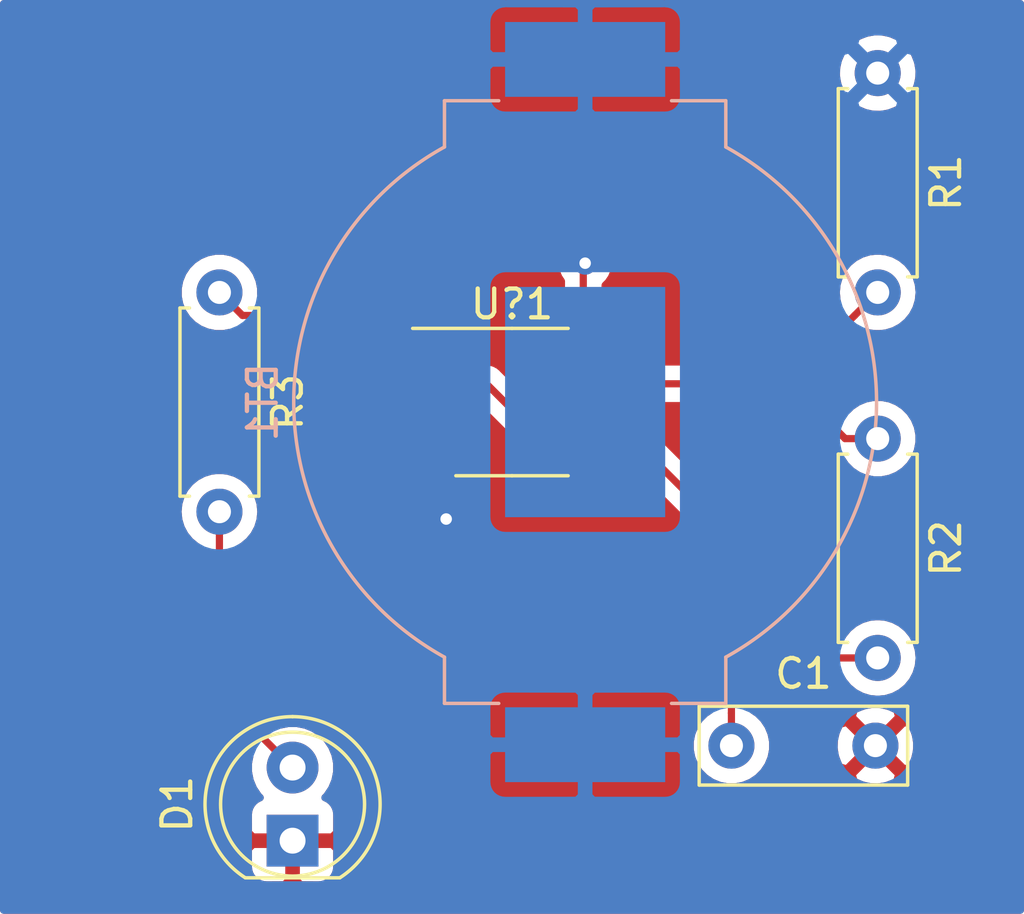
<source format=kicad_pcb>
(kicad_pcb (version 20171130) (host pcbnew "(5.1.2)-1")

  (general
    (thickness 1.6)
    (drawings 0)
    (tracks 30)
    (zones 0)
    (modules 7)
    (nets 7)
  )

  (page A4)
  (layers
    (0 F.Cu signal)
    (31 B.Cu signal)
    (32 B.Adhes user)
    (33 F.Adhes user)
    (34 B.Paste user)
    (35 F.Paste user)
    (36 B.SilkS user)
    (37 F.SilkS user)
    (38 B.Mask user)
    (39 F.Mask user)
    (40 Dwgs.User user)
    (41 Cmts.User user)
    (42 Eco1.User user)
    (43 Eco2.User user)
    (44 Edge.Cuts user)
    (45 Margin user)
    (46 B.CrtYd user)
    (47 F.CrtYd user)
    (48 B.Fab user)
    (49 F.Fab user)
  )

  (setup
    (last_trace_width 0.25)
    (trace_clearance 0.2)
    (zone_clearance 0.508)
    (zone_45_only no)
    (trace_min 0.2)
    (via_size 0.8)
    (via_drill 0.4)
    (via_min_size 0.4)
    (via_min_drill 0.3)
    (uvia_size 0.3)
    (uvia_drill 0.1)
    (uvias_allowed no)
    (uvia_min_size 0.2)
    (uvia_min_drill 0.1)
    (edge_width 0.05)
    (segment_width 0.2)
    (pcb_text_width 0.3)
    (pcb_text_size 1.5 1.5)
    (mod_edge_width 0.12)
    (mod_text_size 1 1)
    (mod_text_width 0.15)
    (pad_size 1.524 1.524)
    (pad_drill 0.762)
    (pad_to_mask_clearance 0.051)
    (solder_mask_min_width 0.25)
    (aux_axis_origin 0 0)
    (visible_elements FFFFFF7F)
    (pcbplotparams
      (layerselection 0x010fc_ffffffff)
      (usegerberextensions false)
      (usegerberattributes false)
      (usegerberadvancedattributes false)
      (creategerberjobfile false)
      (excludeedgelayer true)
      (linewidth 0.100000)
      (plotframeref false)
      (viasonmask false)
      (mode 1)
      (useauxorigin false)
      (hpglpennumber 1)
      (hpglpenspeed 20)
      (hpglpendiameter 15.000000)
      (psnegative false)
      (psa4output false)
      (plotreference true)
      (plotvalue true)
      (plotinvisibletext false)
      (padsonsilk false)
      (subtractmaskfromsilk false)
      (outputformat 1)
      (mirror false)
      (drillshape 1)
      (scaleselection 1)
      (outputdirectory ""))
  )

  (net 0 "")
  (net 1 GND)
  (net 2 "Net-(C1-Pad1)")
  (net 3 "Net-(D1-Pad2)")
  (net 4 "Net-(R1-Pad2)")
  (net 5 /VDD)
  (net 6 "Net-(R3-Pad1)")

  (net_class Default "This is the default net class."
    (clearance 0.2)
    (trace_width 0.25)
    (via_dia 0.8)
    (via_drill 0.4)
    (uvia_dia 0.3)
    (uvia_drill 0.1)
    (add_net /VDD)
    (add_net GND)
    (add_net "Net-(C1-Pad1)")
    (add_net "Net-(D1-Pad2)")
    (add_net "Net-(R1-Pad2)")
    (add_net "Net-(R3-Pad1)")
  )

  (module Package_SO:SOIC-8_3.9x4.9mm_P1.27mm (layer F.Cu) (tedit 5C97300E) (tstamp 5CCEC0DA)
    (at 71.12 90.17)
    (descr "SOIC, 8 Pin (JEDEC MS-012AA, https://www.analog.com/media/en/package-pcb-resources/package/pkg_pdf/soic_narrow-r/r_8.pdf), generated with kicad-footprint-generator ipc_gullwing_generator.py")
    (tags "SOIC SO")
    (path /5CCF4106)
    (attr smd)
    (fp_text reference U?1 (at 0 -3.4) (layer F.SilkS)
      (effects (font (size 1 1) (thickness 0.15)))
    )
    (fp_text value 7555 (at 0 3.4) (layer F.Fab)
      (effects (font (size 1 1) (thickness 0.15)))
    )
    (fp_text user %R (at 0 0) (layer F.Fab)
      (effects (font (size 0.98 0.98) (thickness 0.15)))
    )
    (fp_line (start 3.7 -2.7) (end -3.7 -2.7) (layer F.CrtYd) (width 0.05))
    (fp_line (start 3.7 2.7) (end 3.7 -2.7) (layer F.CrtYd) (width 0.05))
    (fp_line (start -3.7 2.7) (end 3.7 2.7) (layer F.CrtYd) (width 0.05))
    (fp_line (start -3.7 -2.7) (end -3.7 2.7) (layer F.CrtYd) (width 0.05))
    (fp_line (start -1.95 -1.475) (end -0.975 -2.45) (layer F.Fab) (width 0.1))
    (fp_line (start -1.95 2.45) (end -1.95 -1.475) (layer F.Fab) (width 0.1))
    (fp_line (start 1.95 2.45) (end -1.95 2.45) (layer F.Fab) (width 0.1))
    (fp_line (start 1.95 -2.45) (end 1.95 2.45) (layer F.Fab) (width 0.1))
    (fp_line (start -0.975 -2.45) (end 1.95 -2.45) (layer F.Fab) (width 0.1))
    (fp_line (start 0 -2.56) (end -3.45 -2.56) (layer F.SilkS) (width 0.12))
    (fp_line (start 0 -2.56) (end 1.95 -2.56) (layer F.SilkS) (width 0.12))
    (fp_line (start 0 2.56) (end -1.95 2.56) (layer F.SilkS) (width 0.12))
    (fp_line (start 0 2.56) (end 1.95 2.56) (layer F.SilkS) (width 0.12))
    (pad 8 smd roundrect (at 2.475 -1.905) (size 1.95 0.6) (layers F.Cu F.Paste F.Mask) (roundrect_rratio 0.25)
      (net 5 /VDD))
    (pad 7 smd roundrect (at 2.475 -0.635) (size 1.95 0.6) (layers F.Cu F.Paste F.Mask) (roundrect_rratio 0.25)
      (net 4 "Net-(R1-Pad2)"))
    (pad 6 smd roundrect (at 2.475 0.635) (size 1.95 0.6) (layers F.Cu F.Paste F.Mask) (roundrect_rratio 0.25)
      (net 2 "Net-(C1-Pad1)"))
    (pad 5 smd roundrect (at 2.475 1.905) (size 1.95 0.6) (layers F.Cu F.Paste F.Mask) (roundrect_rratio 0.25)
      (net 1 GND))
    (pad 4 smd roundrect (at -2.475 1.905) (size 1.95 0.6) (layers F.Cu F.Paste F.Mask) (roundrect_rratio 0.25)
      (net 5 /VDD))
    (pad 3 smd roundrect (at -2.475 0.635) (size 1.95 0.6) (layers F.Cu F.Paste F.Mask) (roundrect_rratio 0.25)
      (net 6 "Net-(R3-Pad1)"))
    (pad 2 smd roundrect (at -2.475 -0.635) (size 1.95 0.6) (layers F.Cu F.Paste F.Mask) (roundrect_rratio 0.25)
      (net 2 "Net-(C1-Pad1)"))
    (pad 1 smd roundrect (at -2.475 -1.905) (size 1.95 0.6) (layers F.Cu F.Paste F.Mask) (roundrect_rratio 0.25)
      (net 1 GND))
    (model ${KISYS3DMOD}/Package_SO.3dshapes/SOIC-8_3.9x4.9mm_P1.27mm.wrl
      (at (xyz 0 0 0))
      (scale (xyz 1 1 1))
      (rotate (xyz 0 0 0))
    )
  )

  (module Resistor_THT:R_Axial_DIN0207_L6.3mm_D2.5mm_P7.62mm_Horizontal (layer F.Cu) (tedit 5AE5139B) (tstamp 5CCF1BE9)
    (at 60.96 86.36 270)
    (descr "Resistor, Axial_DIN0207 series, Axial, Horizontal, pin pitch=7.62mm, 0.25W = 1/4W, length*diameter=6.3*2.5mm^2, http://cdn-reichelt.de/documents/datenblatt/B400/1_4W%23YAG.pdf")
    (tags "Resistor Axial_DIN0207 series Axial Horizontal pin pitch 7.62mm 0.25W = 1/4W length 6.3mm diameter 2.5mm")
    (path /5CCF6D0F)
    (fp_text reference R3 (at 3.81 -2.37 90) (layer F.SilkS)
      (effects (font (size 1 1) (thickness 0.15)))
    )
    (fp_text value 1K (at 3.81 2.37 90) (layer F.Fab)
      (effects (font (size 1 1) (thickness 0.15)))
    )
    (fp_text user %R (at 3.81 0 90) (layer F.Fab)
      (effects (font (size 1 1) (thickness 0.15)))
    )
    (fp_line (start 8.67 -1.5) (end -1.05 -1.5) (layer F.CrtYd) (width 0.05))
    (fp_line (start 8.67 1.5) (end 8.67 -1.5) (layer F.CrtYd) (width 0.05))
    (fp_line (start -1.05 1.5) (end 8.67 1.5) (layer F.CrtYd) (width 0.05))
    (fp_line (start -1.05 -1.5) (end -1.05 1.5) (layer F.CrtYd) (width 0.05))
    (fp_line (start 7.08 1.37) (end 7.08 1.04) (layer F.SilkS) (width 0.12))
    (fp_line (start 0.54 1.37) (end 7.08 1.37) (layer F.SilkS) (width 0.12))
    (fp_line (start 0.54 1.04) (end 0.54 1.37) (layer F.SilkS) (width 0.12))
    (fp_line (start 7.08 -1.37) (end 7.08 -1.04) (layer F.SilkS) (width 0.12))
    (fp_line (start 0.54 -1.37) (end 7.08 -1.37) (layer F.SilkS) (width 0.12))
    (fp_line (start 0.54 -1.04) (end 0.54 -1.37) (layer F.SilkS) (width 0.12))
    (fp_line (start 7.62 0) (end 6.96 0) (layer F.Fab) (width 0.1))
    (fp_line (start 0 0) (end 0.66 0) (layer F.Fab) (width 0.1))
    (fp_line (start 6.96 -1.25) (end 0.66 -1.25) (layer F.Fab) (width 0.1))
    (fp_line (start 6.96 1.25) (end 6.96 -1.25) (layer F.Fab) (width 0.1))
    (fp_line (start 0.66 1.25) (end 6.96 1.25) (layer F.Fab) (width 0.1))
    (fp_line (start 0.66 -1.25) (end 0.66 1.25) (layer F.Fab) (width 0.1))
    (pad 2 thru_hole oval (at 7.62 0 270) (size 1.6 1.6) (drill 0.8) (layers *.Cu *.Mask)
      (net 3 "Net-(D1-Pad2)"))
    (pad 1 thru_hole circle (at 0 0 270) (size 1.6 1.6) (drill 0.8) (layers *.Cu *.Mask)
      (net 6 "Net-(R3-Pad1)"))
    (model ${KISYS3DMOD}/Resistor_THT.3dshapes/R_Axial_DIN0207_L6.3mm_D2.5mm_P7.62mm_Horizontal.wrl
      (at (xyz 0 0 0))
      (scale (xyz 1 1 1))
      (rotate (xyz 0 0 0))
    )
  )

  (module Resistor_THT:R_Axial_DIN0207_L6.3mm_D2.5mm_P7.62mm_Horizontal (layer F.Cu) (tedit 5AE5139B) (tstamp 5CCEC0A9)
    (at 83.82 91.44 270)
    (descr "Resistor, Axial_DIN0207 series, Axial, Horizontal, pin pitch=7.62mm, 0.25W = 1/4W, length*diameter=6.3*2.5mm^2, http://cdn-reichelt.de/documents/datenblatt/B400/1_4W%23YAG.pdf")
    (tags "Resistor Axial_DIN0207 series Axial Horizontal pin pitch 7.62mm 0.25W = 1/4W length 6.3mm diameter 2.5mm")
    (path /5CCF593D)
    (fp_text reference R2 (at 3.81 -2.37 90) (layer F.SilkS)
      (effects (font (size 1 1) (thickness 0.15)))
    )
    (fp_text value 470K (at 3.81 2.37 90) (layer F.Fab)
      (effects (font (size 1 1) (thickness 0.15)))
    )
    (fp_text user %R (at 4.325 -0.305 90) (layer F.Fab)
      (effects (font (size 1 1) (thickness 0.15)))
    )
    (fp_line (start 8.67 -1.5) (end -1.05 -1.5) (layer F.CrtYd) (width 0.05))
    (fp_line (start 8.67 1.5) (end 8.67 -1.5) (layer F.CrtYd) (width 0.05))
    (fp_line (start -1.05 1.5) (end 8.67 1.5) (layer F.CrtYd) (width 0.05))
    (fp_line (start -1.05 -1.5) (end -1.05 1.5) (layer F.CrtYd) (width 0.05))
    (fp_line (start 7.08 1.37) (end 7.08 1.04) (layer F.SilkS) (width 0.12))
    (fp_line (start 0.54 1.37) (end 7.08 1.37) (layer F.SilkS) (width 0.12))
    (fp_line (start 0.54 1.04) (end 0.54 1.37) (layer F.SilkS) (width 0.12))
    (fp_line (start 7.08 -1.37) (end 7.08 -1.04) (layer F.SilkS) (width 0.12))
    (fp_line (start 0.54 -1.37) (end 7.08 -1.37) (layer F.SilkS) (width 0.12))
    (fp_line (start 0.54 -1.04) (end 0.54 -1.37) (layer F.SilkS) (width 0.12))
    (fp_line (start 7.62 0) (end 6.96 0) (layer F.Fab) (width 0.1))
    (fp_line (start 0 0) (end 0.66 0) (layer F.Fab) (width 0.1))
    (fp_line (start 6.96 -1.25) (end 0.66 -1.25) (layer F.Fab) (width 0.1))
    (fp_line (start 6.96 1.25) (end 6.96 -1.25) (layer F.Fab) (width 0.1))
    (fp_line (start 0.66 1.25) (end 6.96 1.25) (layer F.Fab) (width 0.1))
    (fp_line (start 0.66 -1.25) (end 0.66 1.25) (layer F.Fab) (width 0.1))
    (pad 2 thru_hole oval (at 7.62 0 270) (size 1.6 1.6) (drill 0.8) (layers *.Cu *.Mask)
      (net 2 "Net-(C1-Pad1)"))
    (pad 1 thru_hole circle (at 0 0 270) (size 1.6 1.6) (drill 0.8) (layers *.Cu *.Mask)
      (net 4 "Net-(R1-Pad2)"))
    (model ${KISYS3DMOD}/Resistor_THT.3dshapes/R_Axial_DIN0207_L6.3mm_D2.5mm_P7.62mm_Horizontal.wrl
      (at (xyz 0 0 0))
      (scale (xyz 1 1 1))
      (rotate (xyz 0 0 0))
    )
  )

  (module Resistor_THT:R_Axial_DIN0207_L6.3mm_D2.5mm_P7.62mm_Horizontal (layer F.Cu) (tedit 5AE5139B) (tstamp 5CCEC092)
    (at 83.82 78.74 270)
    (descr "Resistor, Axial_DIN0207 series, Axial, Horizontal, pin pitch=7.62mm, 0.25W = 1/4W, length*diameter=6.3*2.5mm^2, http://cdn-reichelt.de/documents/datenblatt/B400/1_4W%23YAG.pdf")
    (tags "Resistor Axial_DIN0207 series Axial Horizontal pin pitch 7.62mm 0.25W = 1/4W length 6.3mm diameter 2.5mm")
    (path /5CCF4EBE)
    (fp_text reference R1 (at 3.81 -2.37 90) (layer F.SilkS)
      (effects (font (size 1 1) (thickness 0.15)))
    )
    (fp_text value 1K (at 3.81 2.37 90) (layer F.Fab)
      (effects (font (size 1 1) (thickness 0.15)))
    )
    (fp_text user %R (at 3.955 0.065 90) (layer F.Fab)
      (effects (font (size 1 1) (thickness 0.15)))
    )
    (fp_line (start 8.67 -1.5) (end -1.05 -1.5) (layer F.CrtYd) (width 0.05))
    (fp_line (start 8.67 1.5) (end 8.67 -1.5) (layer F.CrtYd) (width 0.05))
    (fp_line (start -1.05 1.5) (end 8.67 1.5) (layer F.CrtYd) (width 0.05))
    (fp_line (start -1.05 -1.5) (end -1.05 1.5) (layer F.CrtYd) (width 0.05))
    (fp_line (start 7.08 1.37) (end 7.08 1.04) (layer F.SilkS) (width 0.12))
    (fp_line (start 0.54 1.37) (end 7.08 1.37) (layer F.SilkS) (width 0.12))
    (fp_line (start 0.54 1.04) (end 0.54 1.37) (layer F.SilkS) (width 0.12))
    (fp_line (start 7.08 -1.37) (end 7.08 -1.04) (layer F.SilkS) (width 0.12))
    (fp_line (start 0.54 -1.37) (end 7.08 -1.37) (layer F.SilkS) (width 0.12))
    (fp_line (start 0.54 -1.04) (end 0.54 -1.37) (layer F.SilkS) (width 0.12))
    (fp_line (start 7.62 0) (end 6.96 0) (layer F.Fab) (width 0.1))
    (fp_line (start 0 0) (end 0.66 0) (layer F.Fab) (width 0.1))
    (fp_line (start 6.96 -1.25) (end 0.66 -1.25) (layer F.Fab) (width 0.1))
    (fp_line (start 6.96 1.25) (end 6.96 -1.25) (layer F.Fab) (width 0.1))
    (fp_line (start 0.66 1.25) (end 6.96 1.25) (layer F.Fab) (width 0.1))
    (fp_line (start 0.66 -1.25) (end 0.66 1.25) (layer F.Fab) (width 0.1))
    (pad 2 thru_hole oval (at 7.62 0 270) (size 1.6 1.6) (drill 0.8) (layers *.Cu *.Mask)
      (net 4 "Net-(R1-Pad2)"))
    (pad 1 thru_hole circle (at 0 0 270) (size 1.6 1.6) (drill 0.8) (layers *.Cu *.Mask)
      (net 5 /VDD))
    (model ${KISYS3DMOD}/Resistor_THT.3dshapes/R_Axial_DIN0207_L6.3mm_D2.5mm_P7.62mm_Horizontal.wrl
      (at (xyz 0 0 0))
      (scale (xyz 1 1 1))
      (rotate (xyz 0 0 0))
    )
  )

  (module LED_THT:LED_D5.0mm_FlatTop (layer F.Cu) (tedit 5880A862) (tstamp 5CCEC07B)
    (at 63.5 105.41 90)
    (descr "LED, Round, FlatTop, diameter 5.0mm, 2 pins, http://www.kingbright.com/attachments/file/psearch/000/00/00/L-483GDT(Ver.15B).pdf")
    (tags "LED Round FlatTop diameter 5.0mm 2 pins")
    (path /5CCF7BC2)
    (fp_text reference D1 (at 1.27 -4.01 90) (layer F.SilkS)
      (effects (font (size 1 1) (thickness 0.15)))
    )
    (fp_text value LED (at 1.27 4.01 90) (layer F.Fab)
      (effects (font (size 1 1) (thickness 0.15)))
    )
    (fp_line (start 4.55 -3.3) (end -2 -3.3) (layer F.CrtYd) (width 0.05))
    (fp_line (start 4.55 3.3) (end 4.55 -3.3) (layer F.CrtYd) (width 0.05))
    (fp_line (start -2 3.3) (end 4.55 3.3) (layer F.CrtYd) (width 0.05))
    (fp_line (start -2 -3.3) (end -2 3.3) (layer F.CrtYd) (width 0.05))
    (fp_line (start -1.29 -1.64) (end -1.29 1.64) (layer F.SilkS) (width 0.12))
    (fp_line (start -1.23 -1.566046) (end -1.23 1.566046) (layer F.Fab) (width 0.1))
    (fp_circle (center 1.27 0) (end 3.77 0) (layer F.SilkS) (width 0.12))
    (fp_circle (center 1.27 0) (end 3.77 0) (layer F.Fab) (width 0.1))
    (fp_arc (start 1.27 0) (end -1.29 1.639512) (angle -147.4) (layer F.SilkS) (width 0.12))
    (fp_arc (start 1.27 0) (end -1.29 -1.639512) (angle 147.4) (layer F.SilkS) (width 0.12))
    (fp_arc (start 1.27 0) (end -1.23 -1.566046) (angle 295.9) (layer F.Fab) (width 0.1))
    (pad 2 thru_hole circle (at 2.54 0 90) (size 1.8 1.8) (drill 0.9) (layers *.Cu *.Mask)
      (net 3 "Net-(D1-Pad2)"))
    (pad 1 thru_hole rect (at 0 0 90) (size 1.8 1.8) (drill 0.9) (layers *.Cu *.Mask)
      (net 1 GND))
    (model ${KISYS3DMOD}/LED_THT.3dshapes/LED_D5.0mm_FlatTop.wrl
      (at (xyz 0 0 0))
      (scale (xyz 1 1 1))
      (rotate (xyz 0 0 0))
    )
  )

  (module Capacitor_THT:C_Disc_D7.0mm_W2.5mm_P5.00mm (layer F.Cu) (tedit 5AE50EF0) (tstamp 5CCEC06A)
    (at 78.74 102.108)
    (descr "C, Disc series, Radial, pin pitch=5.00mm, , diameter*width=7*2.5mm^2, Capacitor, http://cdn-reichelt.de/documents/datenblatt/B300/DS_KERKO_TC.pdf")
    (tags "C Disc series Radial pin pitch 5.00mm  diameter 7mm width 2.5mm Capacitor")
    (path /5CCF5E7B)
    (fp_text reference C1 (at 2.5 -2.5) (layer F.SilkS)
      (effects (font (size 1 1) (thickness 0.15)))
    )
    (fp_text value 1uF (at 2.5 2.5) (layer F.Fab)
      (effects (font (size 1 1) (thickness 0.15)))
    )
    (fp_text user %R (at 2.54 0) (layer F.Fab)
      (effects (font (size 1 1) (thickness 0.15)))
    )
    (fp_line (start 6.25 -1.5) (end -1.25 -1.5) (layer F.CrtYd) (width 0.05))
    (fp_line (start 6.25 1.5) (end 6.25 -1.5) (layer F.CrtYd) (width 0.05))
    (fp_line (start -1.25 1.5) (end 6.25 1.5) (layer F.CrtYd) (width 0.05))
    (fp_line (start -1.25 -1.5) (end -1.25 1.5) (layer F.CrtYd) (width 0.05))
    (fp_line (start 6.12 -1.37) (end 6.12 1.37) (layer F.SilkS) (width 0.12))
    (fp_line (start -1.12 -1.37) (end -1.12 1.37) (layer F.SilkS) (width 0.12))
    (fp_line (start -1.12 1.37) (end 6.12 1.37) (layer F.SilkS) (width 0.12))
    (fp_line (start -1.12 -1.37) (end 6.12 -1.37) (layer F.SilkS) (width 0.12))
    (fp_line (start 6 -1.25) (end -1 -1.25) (layer F.Fab) (width 0.1))
    (fp_line (start 6 1.25) (end 6 -1.25) (layer F.Fab) (width 0.1))
    (fp_line (start -1 1.25) (end 6 1.25) (layer F.Fab) (width 0.1))
    (fp_line (start -1 -1.25) (end -1 1.25) (layer F.Fab) (width 0.1))
    (pad 2 thru_hole circle (at 5 0) (size 1.6 1.6) (drill 0.8) (layers *.Cu *.Mask)
      (net 1 GND))
    (pad 1 thru_hole circle (at 0 0) (size 1.6 1.6) (drill 0.8) (layers *.Cu *.Mask)
      (net 2 "Net-(C1-Pad1)"))
    (model ${KISYS3DMOD}/Capacitor_THT.3dshapes/C_Disc_D7.0mm_W2.5mm_P5.00mm.wrl
      (at (xyz 0 0 0))
      (scale (xyz 1 1 1))
      (rotate (xyz 0 0 0))
    )
  )

  (module Battery:BatteryHolder_MPD_BC2003_1x2032 (layer B.Cu) (tedit 5AED2918) (tstamp 5CCF1A6A)
    (at 73.66 90.17 270)
    (descr http://www.memoryprotectiondevices.com/datasheets/BC-2003-datasheet.pdf)
    (tags "BC2003 CR2032 2032 Battery Holder")
    (path /5CCFD064)
    (attr smd)
    (fp_text reference BT1 (at 0 11.2 270) (layer B.SilkS)
      (effects (font (size 1 1) (thickness 0.15)) (justify mirror))
    )
    (fp_text value Battery_Cell (at 0 -11.2 270) (layer B.Fab)
      (effects (font (size 1 1) (thickness 0.15)) (justify mirror))
    )
    (fp_line (start -10.35 -4.765) (end 10.35 -4.765) (layer B.Fab) (width 0.1))
    (fp_line (start -10.35 4.765) (end 10.35 4.765) (layer B.Fab) (width 0.1))
    (fp_line (start -10.35 -4.765) (end -10.35 4.765) (layer B.Fab) (width 0.1))
    (fp_line (start 10.35 -4.765) (end 10.35 4.765) (layer B.Fab) (width 0.1))
    (fp_line (start 10.35 -2.525) (end 12 -2.525) (layer B.Fab) (width 0.1))
    (fp_line (start 10.35 2.525) (end 12 2.525) (layer B.Fab) (width 0.1))
    (fp_line (start 12.7 1.825) (end 12 2.525) (layer B.Fab) (width 0.1))
    (fp_line (start 12.7 -1.825) (end 12 -2.525) (layer B.Fab) (width 0.1))
    (fp_line (start 12.7 1.825) (end 12.7 -1.825) (layer B.Fab) (width 0.1))
    (fp_line (start -10.35 2.525) (end -12 2.525) (layer B.Fab) (width 0.1))
    (fp_line (start -10.35 -2.525) (end -12 -2.525) (layer B.Fab) (width 0.1))
    (fp_line (start -12.7 1.825) (end -12 2.525) (layer B.Fab) (width 0.1))
    (fp_line (start -12.7 -1.825) (end -12 -2.525) (layer B.Fab) (width 0.1))
    (fp_line (start -12.7 1.825) (end -12.7 -1.825) (layer B.Fab) (width 0.1))
    (fp_text user %R (at 0 0 270) (layer B.Fab)
      (effects (font (size 1 1) (thickness 0.15)) (justify mirror))
    )
    (fp_line (start -10.47 4.885) (end -8.86291 4.885) (layer B.SilkS) (width 0.12))
    (fp_line (start -10.47 3) (end -10.47 4.885) (layer B.SilkS) (width 0.12))
    (fp_line (start 10.47 3) (end 10.47 4.885) (layer B.SilkS) (width 0.12))
    (fp_line (start -10.47 -3) (end -10.47 -4.885) (layer B.SilkS) (width 0.12))
    (fp_line (start 10.47 -3) (end 10.47 -4.885) (layer B.SilkS) (width 0.12))
    (fp_line (start 10.47 4.885) (end 8.86291 4.885) (layer B.SilkS) (width 0.12))
    (fp_line (start -10.47 -4.885) (end -8.86291 -4.885) (layer B.SilkS) (width 0.12))
    (fp_line (start 10.47 -4.885) (end 8.86291 -4.885) (layer B.SilkS) (width 0.12))
    (fp_line (start 8.94 5.01) (end 10.6 5.01) (layer B.CrtYd) (width 0.05))
    (fp_line (start 10.6 5.01) (end 10.6 3.03) (layer B.CrtYd) (width 0.05))
    (fp_line (start 10.6 3.03) (end 13.45 3.03) (layer B.CrtYd) (width 0.05))
    (fp_line (start 13.45 3.03) (end 13.45 -3.03) (layer B.CrtYd) (width 0.05))
    (fp_line (start 10.6 -3.03) (end 13.45 -3.03) (layer B.CrtYd) (width 0.05))
    (fp_line (start 10.6 -5.01) (end 10.6 -3.03) (layer B.CrtYd) (width 0.05))
    (fp_arc (start 0 0) (end 8.94 5.01) (angle 121.4) (layer B.CrtYd) (width 0.05))
    (fp_line (start 8.94 -5.01) (end 10.6 -5.01) (layer B.CrtYd) (width 0.05))
    (fp_line (start -8.94 5.01) (end -10.6 5.01) (layer B.CrtYd) (width 0.05))
    (fp_line (start -10.6 5.01) (end -10.6 3.03) (layer B.CrtYd) (width 0.05))
    (fp_line (start -10.6 3.03) (end -13.45 3.03) (layer B.CrtYd) (width 0.05))
    (fp_line (start -13.45 3.03) (end -13.45 -3.03) (layer B.CrtYd) (width 0.05))
    (fp_line (start -13.45 -3.03) (end -10.6 -3.03) (layer B.CrtYd) (width 0.05))
    (fp_line (start -10.6 -5.01) (end -10.6 -3.03) (layer B.CrtYd) (width 0.05))
    (fp_line (start -10.6 -5.01) (end -8.94 -5.01) (layer B.CrtYd) (width 0.05))
    (fp_arc (start 0 0) (end -8.94 -5.01) (angle 121.3) (layer B.CrtYd) (width 0.05))
    (fp_arc (start 0 0) (end 8.86291 4.885) (angle 122.2752329) (layer B.SilkS) (width 0.12))
    (fp_arc (start 0 0) (end -8.86291 -4.885) (angle 122.3) (layer B.SilkS) (width 0.12))
    (pad 2 smd rect (at 0 0 270) (size 8 5.56) (layers B.Cu B.Paste B.Mask)
      (net 1 GND))
    (pad 1 smd rect (at 11.905 0 270) (size 2.6 5.56) (layers B.Cu B.Paste B.Mask)
      (net 5 /VDD))
    (pad 1 smd rect (at -11.905 0 270) (size 2.6 5.56) (layers B.Cu B.Paste B.Mask)
      (net 5 /VDD))
    (model ${KISYS3DMOD}/Battery.3dshapes/BatteryHolder_MPD_BC2003_1x2032.wrl
      (at (xyz 0 0 0))
      (scale (xyz 1 1 1))
      (rotate (xyz 0 0 0))
    )
  )

  (segment (start 68.645 89.535) (end 70.231 89.535) (width 0.25) (layer F.Cu) (net 2))
  (segment (start 71.501 90.805) (end 73.595 90.805) (width 0.25) (layer F.Cu) (net 2))
  (segment (start 70.231 89.535) (end 71.501 90.805) (width 0.25) (layer F.Cu) (net 2))
  (segment (start 78.74 94.875) (end 78.74 97.92863) (width 0.25) (layer F.Cu) (net 2))
  (segment (start 74.67 90.805) (end 78.74 94.875) (width 0.25) (layer F.Cu) (net 2))
  (segment (start 73.595 90.805) (end 74.67 90.805) (width 0.25) (layer F.Cu) (net 2))
  (segment (start 78.74 100.97663) (end 78.74 98.806) (width 0.25) (layer F.Cu) (net 2))
  (segment (start 78.74 102.108) (end 78.74 100.97663) (width 0.25) (layer F.Cu) (net 2))
  (segment (start 78.74 97.92863) (end 78.74 98.806) (width 0.25) (layer F.Cu) (net 2))
  (segment (start 78.74 98.806) (end 78.74 99.06) (width 0.25) (layer F.Cu) (net 2))
  (segment (start 83.82 99.06) (end 78.74 99.06) (width 0.25) (layer F.Cu) (net 2))
  (segment (start 60.96 100.33) (end 63.5 102.87) (width 0.25) (layer F.Cu) (net 3))
  (segment (start 60.96 93.98) (end 60.96 100.33) (width 0.25) (layer F.Cu) (net 3))
  (segment (start 74.67 89.535) (end 73.595 89.535) (width 0.25) (layer F.Cu) (net 4))
  (segment (start 82.68863 91.44) (end 80.78363 89.535) (width 0.25) (layer F.Cu) (net 4))
  (segment (start 83.82 91.44) (end 82.68863 91.44) (width 0.25) (layer F.Cu) (net 4))
  (segment (start 83.020001 87.159999) (end 80.645 89.535) (width 0.25) (layer F.Cu) (net 4))
  (segment (start 83.82 86.36) (end 83.020001 87.159999) (width 0.25) (layer F.Cu) (net 4))
  (segment (start 80.78363 89.535) (end 80.645 89.535) (width 0.25) (layer F.Cu) (net 4))
  (segment (start 80.645 89.535) (end 74.67 89.535) (width 0.25) (layer F.Cu) (net 4))
  (via (at 73.66 85.344) (size 0.8) (drill 0.4) (layers F.Cu B.Cu) (net 5))
  (segment (start 73.595 88.265) (end 73.595 85.409) (width 0.25) (layer F.Cu) (net 5))
  (segment (start 73.595 85.409) (end 73.66 85.344) (width 0.25) (layer F.Cu) (net 5))
  (via (at 68.834 94.234) (size 0.8) (drill 0.4) (layers F.Cu B.Cu) (net 5))
  (segment (start 68.645 92.075) (end 68.645 94.045) (width 0.25) (layer F.Cu) (net 5))
  (segment (start 68.645 94.045) (end 68.834 94.234) (width 0.25) (layer F.Cu) (net 5))
  (segment (start 61.759999 87.159999) (end 62.521999 87.159999) (width 0.25) (layer F.Cu) (net 6))
  (segment (start 60.96 86.36) (end 61.759999 87.159999) (width 0.25) (layer F.Cu) (net 6))
  (segment (start 66.167 90.805) (end 68.645 90.805) (width 0.25) (layer F.Cu) (net 6))
  (segment (start 62.521999 87.159999) (end 66.167 90.805) (width 0.25) (layer F.Cu) (net 6))

  (zone (net 1) (net_name GND) (layer F.Cu) (tstamp 0) (hatch edge 0.508)
    (connect_pads (clearance 0.508))
    (min_thickness 0.254)
    (fill yes (arc_segments 32) (thermal_gap 0.508) (thermal_bridge_width 0.508))
    (polygon
      (pts
        (xy 53.34 107.95) (xy 53.34 76.2) (xy 88.9 76.2) (xy 88.9 107.95)
      )
    )
    (filled_polygon
      (pts
        (xy 88.773 107.823) (xy 53.467 107.823) (xy 53.467 106.31) (xy 61.961928 106.31) (xy 61.974188 106.434482)
        (xy 62.010498 106.55418) (xy 62.069463 106.664494) (xy 62.148815 106.761185) (xy 62.245506 106.840537) (xy 62.35582 106.899502)
        (xy 62.475518 106.935812) (xy 62.6 106.948072) (xy 63.21425 106.945) (xy 63.373 106.78625) (xy 63.373 105.537)
        (xy 63.627 105.537) (xy 63.627 106.78625) (xy 63.78575 106.945) (xy 64.4 106.948072) (xy 64.524482 106.935812)
        (xy 64.64418 106.899502) (xy 64.754494 106.840537) (xy 64.851185 106.761185) (xy 64.930537 106.664494) (xy 64.989502 106.55418)
        (xy 65.025812 106.434482) (xy 65.038072 106.31) (xy 65.035 105.69575) (xy 64.87625 105.537) (xy 63.627 105.537)
        (xy 63.373 105.537) (xy 62.12375 105.537) (xy 61.965 105.69575) (xy 61.961928 106.31) (xy 53.467 106.31)
        (xy 53.467 93.98) (xy 59.518057 93.98) (xy 59.545764 94.261309) (xy 59.627818 94.531808) (xy 59.761068 94.781101)
        (xy 59.940392 94.999608) (xy 60.158899 95.178932) (xy 60.2 95.200901) (xy 60.200001 100.292668) (xy 60.196324 100.33)
        (xy 60.200001 100.367333) (xy 60.202449 100.392182) (xy 60.210998 100.478985) (xy 60.254454 100.622246) (xy 60.325026 100.754276)
        (xy 60.392359 100.83632) (xy 60.42 100.870001) (xy 60.448998 100.893799) (xy 62.016268 102.461071) (xy 61.965 102.718816)
        (xy 61.965 103.021184) (xy 62.023989 103.317743) (xy 62.139701 103.597095) (xy 62.307688 103.848505) (xy 62.374127 103.914944)
        (xy 62.35582 103.920498) (xy 62.245506 103.979463) (xy 62.148815 104.058815) (xy 62.069463 104.155506) (xy 62.010498 104.26582)
        (xy 61.974188 104.385518) (xy 61.961928 104.51) (xy 61.965 105.12425) (xy 62.12375 105.283) (xy 63.373 105.283)
        (xy 63.373 105.263) (xy 63.627 105.263) (xy 63.627 105.283) (xy 64.87625 105.283) (xy 65.035 105.12425)
        (xy 65.038072 104.51) (xy 65.025812 104.385518) (xy 64.989502 104.26582) (xy 64.930537 104.155506) (xy 64.851185 104.058815)
        (xy 64.754494 103.979463) (xy 64.64418 103.920498) (xy 64.625873 103.914944) (xy 64.692312 103.848505) (xy 64.860299 103.597095)
        (xy 64.976011 103.317743) (xy 65.035 103.021184) (xy 65.035 102.718816) (xy 64.976011 102.422257) (xy 64.860299 102.142905)
        (xy 64.692312 101.891495) (xy 64.478505 101.677688) (xy 64.227095 101.509701) (xy 63.947743 101.393989) (xy 63.651184 101.335)
        (xy 63.348816 101.335) (xy 63.091071 101.386268) (xy 61.72 100.015199) (xy 61.72 95.200901) (xy 61.761101 95.178932)
        (xy 61.979608 94.999608) (xy 62.158932 94.781101) (xy 62.292182 94.531808) (xy 62.374236 94.261309) (xy 62.401943 93.98)
        (xy 62.374236 93.698691) (xy 62.292182 93.428192) (xy 62.158932 93.178899) (xy 61.979608 92.960392) (xy 61.761101 92.781068)
        (xy 61.511808 92.647818) (xy 61.241309 92.565764) (xy 61.030492 92.545) (xy 60.889508 92.545) (xy 60.678691 92.565764)
        (xy 60.408192 92.647818) (xy 60.158899 92.781068) (xy 59.940392 92.960392) (xy 59.761068 93.178899) (xy 59.627818 93.428192)
        (xy 59.545764 93.698691) (xy 59.518057 93.98) (xy 53.467 93.98) (xy 53.467 86.218665) (xy 59.525 86.218665)
        (xy 59.525 86.501335) (xy 59.580147 86.778574) (xy 59.68832 87.039727) (xy 59.845363 87.274759) (xy 60.045241 87.474637)
        (xy 60.280273 87.63168) (xy 60.541426 87.739853) (xy 60.818665 87.795) (xy 61.101335 87.795) (xy 61.290022 87.757467)
        (xy 61.310455 87.774236) (xy 61.335723 87.794973) (xy 61.467752 87.865545) (xy 61.611013 87.909002) (xy 61.722666 87.919999)
        (xy 61.722675 87.919999) (xy 61.759998 87.923675) (xy 61.797321 87.919999) (xy 62.207198 87.919999) (xy 65.6032 91.316002)
        (xy 65.626999 91.345001) (xy 65.742724 91.439974) (xy 65.874753 91.510546) (xy 66.018014 91.554003) (xy 66.129667 91.565)
        (xy 66.129677 91.565) (xy 66.167 91.568676) (xy 66.204323 91.565) (xy 67.123141 91.565) (xy 67.091916 91.623418)
        (xy 67.047071 91.771255) (xy 67.031928 91.925) (xy 67.031928 92.225) (xy 67.047071 92.378745) (xy 67.091916 92.526582)
        (xy 67.164742 92.662829) (xy 67.262749 92.782251) (xy 67.382171 92.880258) (xy 67.518418 92.953084) (xy 67.666255 92.997929)
        (xy 67.82 93.013072) (xy 67.885 93.013072) (xy 67.885001 93.820501) (xy 67.838774 93.932102) (xy 67.799 94.132061)
        (xy 67.799 94.335939) (xy 67.838774 94.535898) (xy 67.916795 94.724256) (xy 68.030063 94.893774) (xy 68.174226 95.037937)
        (xy 68.343744 95.151205) (xy 68.532102 95.229226) (xy 68.732061 95.269) (xy 68.935939 95.269) (xy 69.135898 95.229226)
        (xy 69.324256 95.151205) (xy 69.493774 95.037937) (xy 69.637937 94.893774) (xy 69.751205 94.724256) (xy 69.829226 94.535898)
        (xy 69.869 94.335939) (xy 69.869 94.132061) (xy 69.829226 93.932102) (xy 69.751205 93.743744) (xy 69.637937 93.574226)
        (xy 69.493774 93.430063) (xy 69.405 93.370746) (xy 69.405 93.013072) (xy 69.47 93.013072) (xy 69.623745 92.997929)
        (xy 69.771582 92.953084) (xy 69.907829 92.880258) (xy 70.027251 92.782251) (xy 70.125258 92.662829) (xy 70.198084 92.526582)
        (xy 70.242929 92.378745) (xy 70.243297 92.375) (xy 71.981928 92.375) (xy 71.994188 92.499482) (xy 72.030498 92.61918)
        (xy 72.089463 92.729494) (xy 72.168815 92.826185) (xy 72.265506 92.905537) (xy 72.37582 92.964502) (xy 72.495518 93.000812)
        (xy 72.62 93.013072) (xy 73.30925 93.01) (xy 73.468 92.85125) (xy 73.468 92.202) (xy 72.14375 92.202)
        (xy 71.985 92.36075) (xy 71.981928 92.375) (xy 70.243297 92.375) (xy 70.258072 92.225) (xy 70.258072 91.925)
        (xy 70.242929 91.771255) (xy 70.198084 91.623418) (xy 70.125258 91.487171) (xy 70.086546 91.44) (xy 70.125258 91.392829)
        (xy 70.198084 91.256582) (xy 70.242929 91.108745) (xy 70.258072 90.955) (xy 70.258072 90.655) (xy 70.256092 90.634893)
        (xy 70.9372 91.316002) (xy 70.960999 91.345001) (xy 71.076724 91.439974) (xy 71.208753 91.510546) (xy 71.352014 91.554003)
        (xy 71.463667 91.565) (xy 71.463676 91.565) (xy 71.500999 91.568676) (xy 71.538322 91.565) (xy 72.02013 91.565)
        (xy 71.994188 91.650518) (xy 71.981928 91.775) (xy 71.985 91.78925) (xy 72.14375 91.948) (xy 73.468 91.948)
        (xy 73.468 91.928) (xy 73.722 91.928) (xy 73.722 91.948) (xy 73.742 91.948) (xy 73.742 92.202)
        (xy 73.722 92.202) (xy 73.722 92.85125) (xy 73.88075 93.01) (xy 74.57 93.013072) (xy 74.694482 93.000812)
        (xy 74.81418 92.964502) (xy 74.924494 92.905537) (xy 75.021185 92.826185) (xy 75.100537 92.729494) (xy 75.159502 92.61918)
        (xy 75.195812 92.499482) (xy 75.204228 92.414029) (xy 77.98 95.189802) (xy 77.980001 97.891288) (xy 77.98 97.891298)
        (xy 77.98 99.022667) (xy 77.976323 99.06) (xy 77.980001 99.097341) (xy 77.98 100.889957) (xy 77.825241 100.993363)
        (xy 77.625363 101.193241) (xy 77.46832 101.428273) (xy 77.360147 101.689426) (xy 77.305 101.966665) (xy 77.305 102.249335)
        (xy 77.360147 102.526574) (xy 77.46832 102.787727) (xy 77.625363 103.022759) (xy 77.825241 103.222637) (xy 78.060273 103.37968)
        (xy 78.321426 103.487853) (xy 78.598665 103.543) (xy 78.881335 103.543) (xy 79.158574 103.487853) (xy 79.419727 103.37968)
        (xy 79.654759 103.222637) (xy 79.776694 103.100702) (xy 82.926903 103.100702) (xy 82.998486 103.344671) (xy 83.253996 103.465571)
        (xy 83.528184 103.5343) (xy 83.810512 103.548217) (xy 84.09013 103.506787) (xy 84.356292 103.411603) (xy 84.481514 103.344671)
        (xy 84.553097 103.100702) (xy 83.74 102.287605) (xy 82.926903 103.100702) (xy 79.776694 103.100702) (xy 79.854637 103.022759)
        (xy 80.01168 102.787727) (xy 80.119853 102.526574) (xy 80.175 102.249335) (xy 80.175 102.178512) (xy 82.299783 102.178512)
        (xy 82.341213 102.45813) (xy 82.436397 102.724292) (xy 82.503329 102.849514) (xy 82.747298 102.921097) (xy 83.560395 102.108)
        (xy 83.919605 102.108) (xy 84.732702 102.921097) (xy 84.976671 102.849514) (xy 85.097571 102.594004) (xy 85.1663 102.319816)
        (xy 85.180217 102.037488) (xy 85.138787 101.75787) (xy 85.043603 101.491708) (xy 84.976671 101.366486) (xy 84.732702 101.294903)
        (xy 83.919605 102.108) (xy 83.560395 102.108) (xy 82.747298 101.294903) (xy 82.503329 101.366486) (xy 82.382429 101.621996)
        (xy 82.3137 101.896184) (xy 82.299783 102.178512) (xy 80.175 102.178512) (xy 80.175 101.966665) (xy 80.119853 101.689426)
        (xy 80.01168 101.428273) (xy 79.854637 101.193241) (xy 79.776694 101.115298) (xy 82.926903 101.115298) (xy 83.74 101.928395)
        (xy 84.553097 101.115298) (xy 84.481514 100.871329) (xy 84.226004 100.750429) (xy 83.951816 100.6817) (xy 83.669488 100.667783)
        (xy 83.38987 100.709213) (xy 83.123708 100.804397) (xy 82.998486 100.871329) (xy 82.926903 101.115298) (xy 79.776694 101.115298)
        (xy 79.654759 100.993363) (xy 79.5 100.889957) (xy 79.5 99.82) (xy 82.599099 99.82) (xy 82.621068 99.861101)
        (xy 82.800392 100.079608) (xy 83.018899 100.258932) (xy 83.268192 100.392182) (xy 83.538691 100.474236) (xy 83.749508 100.495)
        (xy 83.890492 100.495) (xy 84.101309 100.474236) (xy 84.371808 100.392182) (xy 84.621101 100.258932) (xy 84.839608 100.079608)
        (xy 85.018932 99.861101) (xy 85.152182 99.611808) (xy 85.234236 99.341309) (xy 85.261943 99.06) (xy 85.234236 98.778691)
        (xy 85.152182 98.508192) (xy 85.018932 98.258899) (xy 84.839608 98.040392) (xy 84.621101 97.861068) (xy 84.371808 97.727818)
        (xy 84.101309 97.645764) (xy 83.890492 97.625) (xy 83.749508 97.625) (xy 83.538691 97.645764) (xy 83.268192 97.727818)
        (xy 83.018899 97.861068) (xy 82.800392 98.040392) (xy 82.621068 98.258899) (xy 82.599099 98.3) (xy 79.5 98.3)
        (xy 79.5 94.912322) (xy 79.503676 94.874999) (xy 79.5 94.837676) (xy 79.5 94.837667) (xy 79.489003 94.726014)
        (xy 79.445546 94.582753) (xy 79.374974 94.450724) (xy 79.280001 94.334999) (xy 79.251004 94.311202) (xy 75.234801 90.295)
        (xy 80.468829 90.295) (xy 82.124831 91.951003) (xy 82.148629 91.980001) (xy 82.264354 92.074974) (xy 82.396383 92.145546)
        (xy 82.539644 92.189003) (xy 82.598481 92.194798) (xy 82.705363 92.354759) (xy 82.905241 92.554637) (xy 83.140273 92.71168)
        (xy 83.401426 92.819853) (xy 83.678665 92.875) (xy 83.961335 92.875) (xy 84.238574 92.819853) (xy 84.499727 92.71168)
        (xy 84.734759 92.554637) (xy 84.934637 92.354759) (xy 85.09168 92.119727) (xy 85.199853 91.858574) (xy 85.255 91.581335)
        (xy 85.255 91.298665) (xy 85.199853 91.021426) (xy 85.09168 90.760273) (xy 84.934637 90.525241) (xy 84.734759 90.325363)
        (xy 84.499727 90.16832) (xy 84.238574 90.060147) (xy 83.961335 90.005) (xy 83.678665 90.005) (xy 83.401426 90.060147)
        (xy 83.140273 90.16832) (xy 82.905241 90.325363) (xy 82.777018 90.453586) (xy 81.789116 89.465685) (xy 83.494094 87.760708)
        (xy 83.538691 87.774236) (xy 83.749508 87.795) (xy 83.890492 87.795) (xy 84.101309 87.774236) (xy 84.371808 87.692182)
        (xy 84.621101 87.558932) (xy 84.839608 87.379608) (xy 85.018932 87.161101) (xy 85.152182 86.911808) (xy 85.234236 86.641309)
        (xy 85.261943 86.36) (xy 85.234236 86.078691) (xy 85.152182 85.808192) (xy 85.018932 85.558899) (xy 84.839608 85.340392)
        (xy 84.621101 85.161068) (xy 84.371808 85.027818) (xy 84.101309 84.945764) (xy 83.890492 84.925) (xy 83.749508 84.925)
        (xy 83.538691 84.945764) (xy 83.268192 85.027818) (xy 83.018899 85.161068) (xy 82.800392 85.340392) (xy 82.621068 85.558899)
        (xy 82.487818 85.808192) (xy 82.405764 86.078691) (xy 82.378057 86.36) (xy 82.405764 86.641309) (xy 82.419292 86.685906)
        (xy 80.330199 88.775) (xy 75.116859 88.775) (xy 75.148084 88.716582) (xy 75.192929 88.568745) (xy 75.208072 88.415)
        (xy 75.208072 88.115) (xy 75.192929 87.961255) (xy 75.148084 87.813418) (xy 75.075258 87.677171) (xy 74.977251 87.557749)
        (xy 74.857829 87.459742) (xy 74.721582 87.386916) (xy 74.573745 87.342071) (xy 74.42 87.326928) (xy 74.355 87.326928)
        (xy 74.355 86.112711) (xy 74.463937 86.003774) (xy 74.577205 85.834256) (xy 74.655226 85.645898) (xy 74.695 85.445939)
        (xy 74.695 85.242061) (xy 74.655226 85.042102) (xy 74.577205 84.853744) (xy 74.463937 84.684226) (xy 74.319774 84.540063)
        (xy 74.150256 84.426795) (xy 73.961898 84.348774) (xy 73.761939 84.309) (xy 73.558061 84.309) (xy 73.358102 84.348774)
        (xy 73.169744 84.426795) (xy 73.000226 84.540063) (xy 72.856063 84.684226) (xy 72.742795 84.853744) (xy 72.664774 85.042102)
        (xy 72.625 85.242061) (xy 72.625 85.445939) (xy 72.664774 85.645898) (xy 72.742795 85.834256) (xy 72.835001 85.972252)
        (xy 72.835 87.326928) (xy 72.77 87.326928) (xy 72.616255 87.342071) (xy 72.468418 87.386916) (xy 72.332171 87.459742)
        (xy 72.212749 87.557749) (xy 72.114742 87.677171) (xy 72.041916 87.813418) (xy 71.997071 87.961255) (xy 71.981928 88.115)
        (xy 71.981928 88.415) (xy 71.997071 88.568745) (xy 72.041916 88.716582) (xy 72.114742 88.852829) (xy 72.153454 88.9)
        (xy 72.114742 88.947171) (xy 72.041916 89.083418) (xy 71.997071 89.231255) (xy 71.981928 89.385) (xy 71.981928 89.685)
        (xy 71.997071 89.838745) (xy 72.041916 89.986582) (xy 72.073141 90.045) (xy 71.815802 90.045) (xy 70.794804 89.024003)
        (xy 70.771001 88.994999) (xy 70.655276 88.900026) (xy 70.523247 88.829454) (xy 70.379986 88.785997) (xy 70.268333 88.775)
        (xy 70.268322 88.775) (xy 70.231 88.771324) (xy 70.220677 88.772341) (xy 70.245812 88.689482) (xy 70.258072 88.565)
        (xy 70.255 88.55075) (xy 70.09625 88.392) (xy 68.772 88.392) (xy 68.772 88.412) (xy 68.518 88.412)
        (xy 68.518 88.392) (xy 67.19375 88.392) (xy 67.035 88.55075) (xy 67.031928 88.565) (xy 67.044188 88.689482)
        (xy 67.080498 88.80918) (xy 67.139463 88.919494) (xy 67.16373 88.949064) (xy 67.091916 89.083418) (xy 67.047071 89.231255)
        (xy 67.031928 89.385) (xy 67.031928 89.685) (xy 67.047071 89.838745) (xy 67.091916 89.986582) (xy 67.123141 90.045)
        (xy 66.481802 90.045) (xy 64.401802 87.965) (xy 67.031928 87.965) (xy 67.035 87.97925) (xy 67.19375 88.138)
        (xy 68.518 88.138) (xy 68.518 87.48875) (xy 68.772 87.48875) (xy 68.772 88.138) (xy 70.09625 88.138)
        (xy 70.255 87.97925) (xy 70.258072 87.965) (xy 70.245812 87.840518) (xy 70.209502 87.72082) (xy 70.150537 87.610506)
        (xy 70.071185 87.513815) (xy 69.974494 87.434463) (xy 69.86418 87.375498) (xy 69.744482 87.339188) (xy 69.62 87.326928)
        (xy 68.93075 87.33) (xy 68.772 87.48875) (xy 68.518 87.48875) (xy 68.35925 87.33) (xy 67.67 87.326928)
        (xy 67.545518 87.339188) (xy 67.42582 87.375498) (xy 67.315506 87.434463) (xy 67.218815 87.513815) (xy 67.139463 87.610506)
        (xy 67.080498 87.72082) (xy 67.044188 87.840518) (xy 67.031928 87.965) (xy 64.401802 87.965) (xy 63.085803 86.649002)
        (xy 63.062 86.619998) (xy 62.946275 86.525025) (xy 62.814246 86.454453) (xy 62.670985 86.410996) (xy 62.559332 86.399999)
        (xy 62.559321 86.399999) (xy 62.521999 86.396323) (xy 62.484677 86.399999) (xy 62.395 86.399999) (xy 62.395 86.218665)
        (xy 62.339853 85.941426) (xy 62.23168 85.680273) (xy 62.074637 85.445241) (xy 61.874759 85.245363) (xy 61.639727 85.08832)
        (xy 61.378574 84.980147) (xy 61.101335 84.925) (xy 60.818665 84.925) (xy 60.541426 84.980147) (xy 60.280273 85.08832)
        (xy 60.045241 85.245363) (xy 59.845363 85.445241) (xy 59.68832 85.680273) (xy 59.580147 85.941426) (xy 59.525 86.218665)
        (xy 53.467 86.218665) (xy 53.467 78.598665) (xy 82.385 78.598665) (xy 82.385 78.881335) (xy 82.440147 79.158574)
        (xy 82.54832 79.419727) (xy 82.705363 79.654759) (xy 82.905241 79.854637) (xy 83.140273 80.01168) (xy 83.401426 80.119853)
        (xy 83.678665 80.175) (xy 83.961335 80.175) (xy 84.238574 80.119853) (xy 84.499727 80.01168) (xy 84.734759 79.854637)
        (xy 84.934637 79.654759) (xy 85.09168 79.419727) (xy 85.199853 79.158574) (xy 85.255 78.881335) (xy 85.255 78.598665)
        (xy 85.199853 78.321426) (xy 85.09168 78.060273) (xy 84.934637 77.825241) (xy 84.734759 77.625363) (xy 84.499727 77.46832)
        (xy 84.238574 77.360147) (xy 83.961335 77.305) (xy 83.678665 77.305) (xy 83.401426 77.360147) (xy 83.140273 77.46832)
        (xy 82.905241 77.625363) (xy 82.705363 77.825241) (xy 82.54832 78.060273) (xy 82.440147 78.321426) (xy 82.385 78.598665)
        (xy 53.467 78.598665) (xy 53.467 76.327) (xy 88.773 76.327)
      )
    )
  )
  (zone (net 5) (net_name /VDD) (layer B.Cu) (tstamp 0) (hatch edge 0.508)
    (connect_pads (clearance 0.508))
    (min_thickness 0.254)
    (fill yes (arc_segments 32) (thermal_gap 0.508) (thermal_bridge_width 0.508))
    (polygon
      (pts
        (xy 53.34 107.95) (xy 53.34 76.2) (xy 88.9 76.2) (xy 88.9 107.95)
      )
    )
    (filled_polygon
      (pts
        (xy 70.755518 76.339188) (xy 70.63582 76.375498) (xy 70.525506 76.434463) (xy 70.428815 76.513815) (xy 70.349463 76.610506)
        (xy 70.290498 76.72082) (xy 70.254188 76.840518) (xy 70.241928 76.965) (xy 70.245 77.97925) (xy 70.40375 78.138)
        (xy 73.533 78.138) (xy 73.533 76.48875) (xy 73.37425 76.33) (xy 70.938459 76.327) (xy 76.381541 76.327)
        (xy 73.94575 76.33) (xy 73.787 76.48875) (xy 73.787 78.138) (xy 76.91625 78.138) (xy 77.075 77.97925)
        (xy 77.075702 77.747298) (xy 83.006903 77.747298) (xy 83.82 78.560395) (xy 84.633097 77.747298) (xy 84.561514 77.503329)
        (xy 84.306004 77.382429) (xy 84.031816 77.3137) (xy 83.749488 77.299783) (xy 83.46987 77.341213) (xy 83.203708 77.436397)
        (xy 83.078486 77.503329) (xy 83.006903 77.747298) (xy 77.075702 77.747298) (xy 77.078072 76.965) (xy 77.065812 76.840518)
        (xy 77.029502 76.72082) (xy 76.970537 76.610506) (xy 76.891185 76.513815) (xy 76.794494 76.434463) (xy 76.68418 76.375498)
        (xy 76.564482 76.339188) (xy 76.440731 76.327) (xy 88.773 76.327) (xy 88.773 107.823) (xy 53.467 107.823)
        (xy 53.467 104.51) (xy 61.961928 104.51) (xy 61.961928 106.31) (xy 61.974188 106.434482) (xy 62.010498 106.55418)
        (xy 62.069463 106.664494) (xy 62.148815 106.761185) (xy 62.245506 106.840537) (xy 62.35582 106.899502) (xy 62.475518 106.935812)
        (xy 62.6 106.948072) (xy 64.4 106.948072) (xy 64.524482 106.935812) (xy 64.64418 106.899502) (xy 64.754494 106.840537)
        (xy 64.851185 106.761185) (xy 64.930537 106.664494) (xy 64.989502 106.55418) (xy 65.025812 106.434482) (xy 65.038072 106.31)
        (xy 65.038072 104.51) (xy 65.025812 104.385518) (xy 64.989502 104.26582) (xy 64.930537 104.155506) (xy 64.851185 104.058815)
        (xy 64.754494 103.979463) (xy 64.64418 103.920498) (xy 64.625873 103.914944) (xy 64.692312 103.848505) (xy 64.860299 103.597095)
        (xy 64.952294 103.375) (xy 70.241928 103.375) (xy 70.254188 103.499482) (xy 70.290498 103.61918) (xy 70.349463 103.729494)
        (xy 70.428815 103.826185) (xy 70.525506 103.905537) (xy 70.63582 103.964502) (xy 70.755518 104.000812) (xy 70.88 104.013072)
        (xy 73.37425 104.01) (xy 73.533 103.85125) (xy 73.533 102.202) (xy 73.787 102.202) (xy 73.787 103.85125)
        (xy 73.94575 104.01) (xy 76.44 104.013072) (xy 76.564482 104.000812) (xy 76.68418 103.964502) (xy 76.794494 103.905537)
        (xy 76.891185 103.826185) (xy 76.970537 103.729494) (xy 77.029502 103.61918) (xy 77.065812 103.499482) (xy 77.078072 103.375)
        (xy 77.075 102.36075) (xy 76.91625 102.202) (xy 73.787 102.202) (xy 73.533 102.202) (xy 70.40375 102.202)
        (xy 70.245 102.36075) (xy 70.241928 103.375) (xy 64.952294 103.375) (xy 64.976011 103.317743) (xy 65.035 103.021184)
        (xy 65.035 102.718816) (xy 64.976011 102.422257) (xy 64.860299 102.142905) (xy 64.74254 101.966665) (xy 77.305 101.966665)
        (xy 77.305 102.249335) (xy 77.360147 102.526574) (xy 77.46832 102.787727) (xy 77.625363 103.022759) (xy 77.825241 103.222637)
        (xy 78.060273 103.37968) (xy 78.321426 103.487853) (xy 78.598665 103.543) (xy 78.881335 103.543) (xy 79.158574 103.487853)
        (xy 79.419727 103.37968) (xy 79.654759 103.222637) (xy 79.854637 103.022759) (xy 80.01168 102.787727) (xy 80.119853 102.526574)
        (xy 80.175 102.249335) (xy 80.175 101.966665) (xy 82.305 101.966665) (xy 82.305 102.249335) (xy 82.360147 102.526574)
        (xy 82.46832 102.787727) (xy 82.625363 103.022759) (xy 82.825241 103.222637) (xy 83.060273 103.37968) (xy 83.321426 103.487853)
        (xy 83.598665 103.543) (xy 83.881335 103.543) (xy 84.158574 103.487853) (xy 84.419727 103.37968) (xy 84.654759 103.222637)
        (xy 84.854637 103.022759) (xy 85.01168 102.787727) (xy 85.119853 102.526574) (xy 85.175 102.249335) (xy 85.175 101.966665)
        (xy 85.119853 101.689426) (xy 85.01168 101.428273) (xy 84.854637 101.193241) (xy 84.654759 100.993363) (xy 84.419727 100.83632)
        (xy 84.158574 100.728147) (xy 83.881335 100.673) (xy 83.598665 100.673) (xy 83.321426 100.728147) (xy 83.060273 100.83632)
        (xy 82.825241 100.993363) (xy 82.625363 101.193241) (xy 82.46832 101.428273) (xy 82.360147 101.689426) (xy 82.305 101.966665)
        (xy 80.175 101.966665) (xy 80.119853 101.689426) (xy 80.01168 101.428273) (xy 79.854637 101.193241) (xy 79.654759 100.993363)
        (xy 79.419727 100.83632) (xy 79.158574 100.728147) (xy 78.881335 100.673) (xy 78.598665 100.673) (xy 78.321426 100.728147)
        (xy 78.060273 100.83632) (xy 77.825241 100.993363) (xy 77.625363 101.193241) (xy 77.46832 101.428273) (xy 77.360147 101.689426)
        (xy 77.305 101.966665) (xy 64.74254 101.966665) (xy 64.692312 101.891495) (xy 64.478505 101.677688) (xy 64.227095 101.509701)
        (xy 63.947743 101.393989) (xy 63.651184 101.335) (xy 63.348816 101.335) (xy 63.052257 101.393989) (xy 62.772905 101.509701)
        (xy 62.521495 101.677688) (xy 62.307688 101.891495) (xy 62.139701 102.142905) (xy 62.023989 102.422257) (xy 61.965 102.718816)
        (xy 61.965 103.021184) (xy 62.023989 103.317743) (xy 62.139701 103.597095) (xy 62.307688 103.848505) (xy 62.374127 103.914944)
        (xy 62.35582 103.920498) (xy 62.245506 103.979463) (xy 62.148815 104.058815) (xy 62.069463 104.155506) (xy 62.010498 104.26582)
        (xy 61.974188 104.385518) (xy 61.961928 104.51) (xy 53.467 104.51) (xy 53.467 100.775) (xy 70.241928 100.775)
        (xy 70.245 101.78925) (xy 70.40375 101.948) (xy 73.533 101.948) (xy 73.533 100.29875) (xy 73.787 100.29875)
        (xy 73.787 101.948) (xy 76.91625 101.948) (xy 77.075 101.78925) (xy 77.078072 100.775) (xy 77.065812 100.650518)
        (xy 77.029502 100.53082) (xy 76.970537 100.420506) (xy 76.891185 100.323815) (xy 76.794494 100.244463) (xy 76.68418 100.185498)
        (xy 76.564482 100.149188) (xy 76.44 100.136928) (xy 73.94575 100.14) (xy 73.787 100.29875) (xy 73.533 100.29875)
        (xy 73.37425 100.14) (xy 70.88 100.136928) (xy 70.755518 100.149188) (xy 70.63582 100.185498) (xy 70.525506 100.244463)
        (xy 70.428815 100.323815) (xy 70.349463 100.420506) (xy 70.290498 100.53082) (xy 70.254188 100.650518) (xy 70.241928 100.775)
        (xy 53.467 100.775) (xy 53.467 99.06) (xy 82.378057 99.06) (xy 82.405764 99.341309) (xy 82.487818 99.611808)
        (xy 82.621068 99.861101) (xy 82.800392 100.079608) (xy 83.018899 100.258932) (xy 83.268192 100.392182) (xy 83.538691 100.474236)
        (xy 83.749508 100.495) (xy 83.890492 100.495) (xy 84.101309 100.474236) (xy 84.371808 100.392182) (xy 84.621101 100.258932)
        (xy 84.839608 100.079608) (xy 85.018932 99.861101) (xy 85.152182 99.611808) (xy 85.234236 99.341309) (xy 85.261943 99.06)
        (xy 85.234236 98.778691) (xy 85.152182 98.508192) (xy 85.018932 98.258899) (xy 84.839608 98.040392) (xy 84.621101 97.861068)
        (xy 84.371808 97.727818) (xy 84.101309 97.645764) (xy 83.890492 97.625) (xy 83.749508 97.625) (xy 83.538691 97.645764)
        (xy 83.268192 97.727818) (xy 83.018899 97.861068) (xy 82.800392 98.040392) (xy 82.621068 98.258899) (xy 82.487818 98.508192)
        (xy 82.405764 98.778691) (xy 82.378057 99.06) (xy 53.467 99.06) (xy 53.467 93.98) (xy 59.518057 93.98)
        (xy 59.545764 94.261309) (xy 59.627818 94.531808) (xy 59.761068 94.781101) (xy 59.940392 94.999608) (xy 60.158899 95.178932)
        (xy 60.408192 95.312182) (xy 60.678691 95.394236) (xy 60.889508 95.415) (xy 61.030492 95.415) (xy 61.241309 95.394236)
        (xy 61.511808 95.312182) (xy 61.761101 95.178932) (xy 61.979608 94.999608) (xy 62.158932 94.781101) (xy 62.292182 94.531808)
        (xy 62.374236 94.261309) (xy 62.401943 93.98) (xy 62.374236 93.698691) (xy 62.292182 93.428192) (xy 62.158932 93.178899)
        (xy 61.979608 92.960392) (xy 61.761101 92.781068) (xy 61.511808 92.647818) (xy 61.241309 92.565764) (xy 61.030492 92.545)
        (xy 60.889508 92.545) (xy 60.678691 92.565764) (xy 60.408192 92.647818) (xy 60.158899 92.781068) (xy 59.940392 92.960392)
        (xy 59.761068 93.178899) (xy 59.627818 93.428192) (xy 59.545764 93.698691) (xy 59.518057 93.98) (xy 53.467 93.98)
        (xy 53.467 86.218665) (xy 59.525 86.218665) (xy 59.525 86.501335) (xy 59.580147 86.778574) (xy 59.68832 87.039727)
        (xy 59.845363 87.274759) (xy 60.045241 87.474637) (xy 60.280273 87.63168) (xy 60.541426 87.739853) (xy 60.818665 87.795)
        (xy 61.101335 87.795) (xy 61.378574 87.739853) (xy 61.639727 87.63168) (xy 61.874759 87.474637) (xy 62.074637 87.274759)
        (xy 62.23168 87.039727) (xy 62.339853 86.778574) (xy 62.395 86.501335) (xy 62.395 86.218665) (xy 62.38532 86.17)
        (xy 70.241928 86.17) (xy 70.241928 94.17) (xy 70.254188 94.294482) (xy 70.290498 94.41418) (xy 70.349463 94.524494)
        (xy 70.428815 94.621185) (xy 70.525506 94.700537) (xy 70.63582 94.759502) (xy 70.755518 94.795812) (xy 70.88 94.808072)
        (xy 76.44 94.808072) (xy 76.564482 94.795812) (xy 76.68418 94.759502) (xy 76.794494 94.700537) (xy 76.891185 94.621185)
        (xy 76.970537 94.524494) (xy 77.029502 94.41418) (xy 77.065812 94.294482) (xy 77.078072 94.17) (xy 77.078072 91.298665)
        (xy 82.385 91.298665) (xy 82.385 91.581335) (xy 82.440147 91.858574) (xy 82.54832 92.119727) (xy 82.705363 92.354759)
        (xy 82.905241 92.554637) (xy 83.140273 92.71168) (xy 83.401426 92.819853) (xy 83.678665 92.875) (xy 83.961335 92.875)
        (xy 84.238574 92.819853) (xy 84.499727 92.71168) (xy 84.734759 92.554637) (xy 84.934637 92.354759) (xy 85.09168 92.119727)
        (xy 85.199853 91.858574) (xy 85.255 91.581335) (xy 85.255 91.298665) (xy 85.199853 91.021426) (xy 85.09168 90.760273)
        (xy 84.934637 90.525241) (xy 84.734759 90.325363) (xy 84.499727 90.16832) (xy 84.238574 90.060147) (xy 83.961335 90.005)
        (xy 83.678665 90.005) (xy 83.401426 90.060147) (xy 83.140273 90.16832) (xy 82.905241 90.325363) (xy 82.705363 90.525241)
        (xy 82.54832 90.760273) (xy 82.440147 91.021426) (xy 82.385 91.298665) (xy 77.078072 91.298665) (xy 77.078072 86.36)
        (xy 82.378057 86.36) (xy 82.405764 86.641309) (xy 82.487818 86.911808) (xy 82.621068 87.161101) (xy 82.800392 87.379608)
        (xy 83.018899 87.558932) (xy 83.268192 87.692182) (xy 83.538691 87.774236) (xy 83.749508 87.795) (xy 83.890492 87.795)
        (xy 84.101309 87.774236) (xy 84.371808 87.692182) (xy 84.621101 87.558932) (xy 84.839608 87.379608) (xy 85.018932 87.161101)
        (xy 85.152182 86.911808) (xy 85.234236 86.641309) (xy 85.261943 86.36) (xy 85.234236 86.078691) (xy 85.152182 85.808192)
        (xy 85.018932 85.558899) (xy 84.839608 85.340392) (xy 84.621101 85.161068) (xy 84.371808 85.027818) (xy 84.101309 84.945764)
        (xy 83.890492 84.925) (xy 83.749508 84.925) (xy 83.538691 84.945764) (xy 83.268192 85.027818) (xy 83.018899 85.161068)
        (xy 82.800392 85.340392) (xy 82.621068 85.558899) (xy 82.487818 85.808192) (xy 82.405764 86.078691) (xy 82.378057 86.36)
        (xy 77.078072 86.36) (xy 77.078072 86.17) (xy 77.065812 86.045518) (xy 77.029502 85.92582) (xy 76.970537 85.815506)
        (xy 76.891185 85.718815) (xy 76.794494 85.639463) (xy 76.68418 85.580498) (xy 76.564482 85.544188) (xy 76.44 85.531928)
        (xy 70.88 85.531928) (xy 70.755518 85.544188) (xy 70.63582 85.580498) (xy 70.525506 85.639463) (xy 70.428815 85.718815)
        (xy 70.349463 85.815506) (xy 70.290498 85.92582) (xy 70.254188 86.045518) (xy 70.241928 86.17) (xy 62.38532 86.17)
        (xy 62.339853 85.941426) (xy 62.23168 85.680273) (xy 62.074637 85.445241) (xy 61.874759 85.245363) (xy 61.639727 85.08832)
        (xy 61.378574 84.980147) (xy 61.101335 84.925) (xy 60.818665 84.925) (xy 60.541426 84.980147) (xy 60.280273 85.08832)
        (xy 60.045241 85.245363) (xy 59.845363 85.445241) (xy 59.68832 85.680273) (xy 59.580147 85.941426) (xy 59.525 86.218665)
        (xy 53.467 86.218665) (xy 53.467 79.565) (xy 70.241928 79.565) (xy 70.254188 79.689482) (xy 70.290498 79.80918)
        (xy 70.349463 79.919494) (xy 70.428815 80.016185) (xy 70.525506 80.095537) (xy 70.63582 80.154502) (xy 70.755518 80.190812)
        (xy 70.88 80.203072) (xy 73.37425 80.2) (xy 73.533 80.04125) (xy 73.533 78.392) (xy 73.787 78.392)
        (xy 73.787 80.04125) (xy 73.94575 80.2) (xy 76.44 80.203072) (xy 76.564482 80.190812) (xy 76.68418 80.154502)
        (xy 76.794494 80.095537) (xy 76.891185 80.016185) (xy 76.970537 79.919494) (xy 77.029502 79.80918) (xy 77.052701 79.732702)
        (xy 83.006903 79.732702) (xy 83.078486 79.976671) (xy 83.333996 80.097571) (xy 83.608184 80.1663) (xy 83.890512 80.180217)
        (xy 84.17013 80.138787) (xy 84.436292 80.043603) (xy 84.561514 79.976671) (xy 84.633097 79.732702) (xy 83.82 78.919605)
        (xy 83.006903 79.732702) (xy 77.052701 79.732702) (xy 77.065812 79.689482) (xy 77.078072 79.565) (xy 77.075787 78.810512)
        (xy 82.379783 78.810512) (xy 82.421213 79.09013) (xy 82.516397 79.356292) (xy 82.583329 79.481514) (xy 82.827298 79.553097)
        (xy 83.640395 78.74) (xy 83.999605 78.74) (xy 84.812702 79.553097) (xy 85.056671 79.481514) (xy 85.177571 79.226004)
        (xy 85.2463 78.951816) (xy 85.260217 78.669488) (xy 85.218787 78.38987) (xy 85.123603 78.123708) (xy 85.056671 77.998486)
        (xy 84.812702 77.926903) (xy 83.999605 78.74) (xy 83.640395 78.74) (xy 82.827298 77.926903) (xy 82.583329 77.998486)
        (xy 82.462429 78.253996) (xy 82.3937 78.528184) (xy 82.379783 78.810512) (xy 77.075787 78.810512) (xy 77.075 78.55075)
        (xy 76.91625 78.392) (xy 73.787 78.392) (xy 73.533 78.392) (xy 70.40375 78.392) (xy 70.245 78.55075)
        (xy 70.241928 79.565) (xy 53.467 79.565) (xy 53.467 76.327) (xy 70.879269 76.327)
      )
    )
  )
)

</source>
